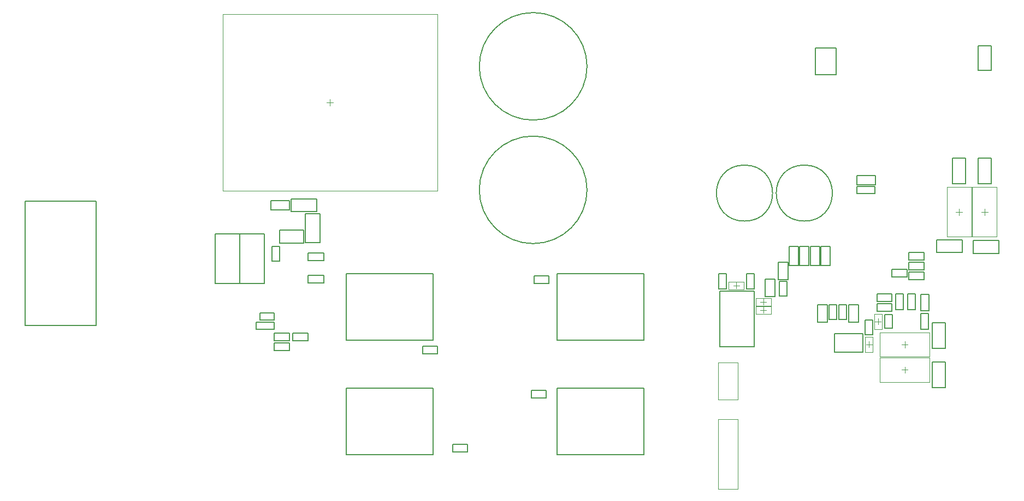
<source format=gbr>
G04*
G04 #@! TF.GenerationSoftware,Altium Limited,Altium Designer,25.5.2 (35)*
G04*
G04 Layer_Color=32768*
%FSLAX25Y25*%
%MOIN*%
G70*
G04*
G04 #@! TF.SameCoordinates,0CD17ABA-5868-42C4-872B-F719D901D850*
G04*
G04*
G04 #@! TF.FilePolarity,Positive*
G04*
G01*
G75*
%ADD11C,0.00787*%
%ADD213C,0.00197*%
D11*
X447374Y288000D02*
G03*
X381626Y288000I-32874J0D01*
G01*
D02*
G03*
X447374Y288000I32874J0D01*
G01*
Y363500D02*
G03*
X381626Y363500I-32874J0D01*
G01*
D02*
G03*
X447374Y363500I32874J0D01*
G01*
X543500Y268874D02*
G03*
X543500Y303126I0J17126D01*
G01*
D02*
G03*
X543500Y268874I0J-17126D01*
G01*
X580000D02*
G03*
X580000Y303126I0J17126D01*
G01*
D02*
G03*
X580000Y268874I0J-17126D01*
G01*
X633764Y203237D02*
Y211763D01*
X629236Y203237D02*
X633764D01*
X629236D02*
Y211763D01*
X633764D01*
X254268Y275622D02*
X265733D01*
X254268D02*
Y281378D01*
X265733D01*
Y275622D02*
Y281378D01*
X266626Y282437D02*
X282374D01*
Y274563D02*
Y282437D01*
X266626Y274563D02*
X282374D01*
X266626D02*
Y282437D01*
X284445Y255626D02*
Y273374D01*
X275555Y255626D02*
X284445D01*
X275555D02*
Y273374D01*
X284445D01*
X259640Y255441D02*
X274466D01*
X259640D02*
Y263559D01*
X274466D01*
Y255441D02*
Y263559D01*
X255236Y244555D02*
X259764D01*
Y253445D01*
X255236D02*
X259764D01*
X255236Y244555D02*
Y253445D01*
X277177Y249362D02*
X286823D01*
Y244638D02*
Y249362D01*
X277177Y244638D02*
X286823D01*
X277177D02*
Y249362D01*
Y231138D02*
X286823D01*
X277177D02*
Y235862D01*
X286823D01*
Y231138D02*
Y235862D01*
X267776Y200362D02*
X277224D01*
Y195638D02*
Y200362D01*
X267776Y195638D02*
X277224D01*
X267776D02*
Y200362D01*
X256276Y195638D02*
X265724D01*
X256276D02*
Y200362D01*
X265724D01*
Y195638D02*
Y200362D01*
X256276Y189638D02*
X265724D01*
X256276D02*
Y194362D01*
X265724D01*
Y189638D02*
Y194362D01*
X245488Y202835D02*
X256512D01*
X245488D02*
Y207165D01*
X256512D01*
Y202835D02*
Y207165D01*
X247645Y208335D02*
X256355D01*
X247645D02*
Y212665D01*
X256355D01*
Y208335D02*
Y212665D01*
X413472Y160736D02*
X422528D01*
X413472D02*
Y165264D01*
X422528D01*
Y160736D02*
Y165264D01*
X346972Y192264D02*
X356028D01*
Y187736D02*
Y192264D01*
X346972Y187736D02*
X356028D01*
X346972D02*
Y192264D01*
X104366Y280992D02*
X147634D01*
Y205008D02*
Y280992D01*
X104366Y205008D02*
X147634D01*
X104366D02*
Y280992D01*
X643767Y233138D02*
Y237862D01*
Y233138D02*
X653216D01*
Y237862D01*
X643767D02*
X653216D01*
X235504Y261170D02*
X250497D01*
X235504Y230830D02*
Y261170D01*
Y230830D02*
X250497D01*
Y261170D01*
X611988Y291220D02*
X623453D01*
X611988D02*
Y296780D01*
X623453D01*
Y291220D02*
Y296780D01*
X660626Y257437D02*
X676374D01*
Y249563D02*
Y257437D01*
X660626Y249563D02*
X676374D01*
X660626D02*
Y257437D01*
X643767Y249862D02*
X653216D01*
Y245138D02*
Y249862D01*
X643767Y245138D02*
X653216D01*
X643767D02*
Y249862D01*
Y243862D02*
X653216D01*
Y239138D02*
Y243862D01*
X643767Y239138D02*
X653216D01*
X643767D02*
Y243862D01*
X633276Y234638D02*
X642724D01*
X633276D02*
Y239362D01*
X642724D01*
Y234638D02*
Y239362D01*
X651138Y202677D02*
X655862D01*
Y212323D01*
X651138D02*
X655862D01*
X651138Y202677D02*
Y212323D01*
X651039Y223921D02*
X655961D01*
X651039Y214079D02*
Y223921D01*
Y214079D02*
X655961D01*
Y223921D01*
X643138Y224323D02*
X647862D01*
X643138Y214677D02*
Y224323D01*
Y214677D02*
X647862D01*
Y224323D01*
X635638D02*
X640362D01*
X635638Y214677D02*
Y224323D01*
Y214677D02*
X640362D01*
Y224323D01*
X624555Y224284D02*
X633445D01*
Y219717D02*
Y224284D01*
X624555Y219717D02*
X633445D01*
X624555D02*
Y224284D01*
X624460Y213638D02*
X633540D01*
X624460D02*
Y218362D01*
X633540D01*
Y213638D02*
Y218362D01*
X599862Y208760D02*
Y217815D01*
X595138Y208760D02*
X599862D01*
X595138D02*
Y217815D01*
X599862D01*
X612953Y207185D02*
Y217815D01*
X607047Y207185D02*
X612953D01*
X607047D02*
Y217815D01*
X612953D01*
X617216Y199555D02*
Y208445D01*
X621783D01*
Y199555D02*
Y208445D01*
X617216Y199555D02*
X621783D01*
X683126Y249063D02*
Y256937D01*
Y249063D02*
X698874D01*
Y256937D01*
X683126D02*
X698874D01*
X686063Y291626D02*
Y307374D01*
X693937D01*
Y291626D02*
Y307374D01*
X686063Y291626D02*
X693937D01*
X611988Y285835D02*
Y290165D01*
Y285835D02*
X623012D01*
Y290165D01*
X611988D02*
X623012D01*
X590220Y241768D02*
Y253233D01*
X595780D01*
Y241768D02*
Y253233D01*
X590220Y241768D02*
X595780D01*
X583720D02*
Y253233D01*
X589280D01*
Y241768D02*
Y253233D01*
X583720Y241768D02*
X589280D01*
X577220D02*
Y253233D01*
X582780D01*
Y241768D02*
Y253233D01*
X577220Y241768D02*
X582780D01*
X570720D02*
Y253233D01*
X576280D01*
Y241768D02*
Y253233D01*
X570720Y241768D02*
X576280D01*
X569953Y233185D02*
Y243815D01*
X564047Y233185D02*
X569953D01*
X564047D02*
Y243815D01*
X569953D01*
X564638Y222972D02*
Y232028D01*
X569362D01*
Y222972D02*
Y232028D01*
X564638Y222972D02*
X569362D01*
X556047Y222685D02*
Y233315D01*
X561953D01*
Y222685D02*
Y233315D01*
X556047Y222685D02*
X561953D01*
X549433Y192071D02*
Y225929D01*
X528567Y192071D02*
X549433D01*
X528567D02*
Y225929D01*
X549433D01*
X598339Y200209D02*
X615661D01*
Y188791D02*
Y200209D01*
X598339Y188791D02*
X615661D01*
X598339D02*
Y200209D01*
X593953Y207185D02*
Y217815D01*
X588047Y207185D02*
X593953D01*
X588047D02*
Y217815D01*
X593953D01*
X605862Y208760D02*
Y217815D01*
X601138Y208760D02*
X605862D01*
X601138D02*
Y217815D01*
X605862D01*
X527638Y227276D02*
X532362D01*
Y236724D01*
X527638D02*
X532362D01*
X527638Y227276D02*
Y236724D01*
X544638Y227276D02*
X549362D01*
Y236724D01*
X544638D02*
X549362D01*
X544638Y227276D02*
Y236724D01*
X220503Y230830D02*
Y261170D01*
X235496D01*
Y230830D02*
Y261170D01*
X220503Y230830D02*
X235496D01*
X428925Y166776D02*
X482075D01*
X428925Y126224D02*
Y166776D01*
Y126224D02*
X482075D01*
Y166776D01*
X428925Y236776D02*
X482075D01*
X428925Y196224D02*
Y236776D01*
Y196224D02*
X482075D01*
Y236776D01*
X424028Y230736D02*
Y235264D01*
X414972D02*
X424028D01*
X414972Y230736D02*
Y235264D01*
Y230736D02*
X424028D01*
X300425Y126224D02*
X353575D01*
Y166776D01*
X300425D02*
X353575D01*
X300425Y126224D02*
Y166776D01*
Y196224D02*
X353575D01*
Y236776D01*
X300425D02*
X353575D01*
X300425Y196224D02*
Y236776D01*
X365472Y127736D02*
Y132264D01*
Y127736D02*
X374528D01*
Y132264D01*
X365472D02*
X374528D01*
X586701Y358232D02*
X599299D01*
Y374768D01*
X586701D02*
X599299D01*
X586701Y358232D02*
Y374768D01*
X686039Y376004D02*
X693961D01*
X686039Y360996D02*
Y376004D01*
Y360996D02*
X693961D01*
Y376004D01*
X658063Y182874D02*
X665937D01*
X658063Y167126D02*
Y182874D01*
Y167126D02*
X665937D01*
Y182874D01*
X658063Y206874D02*
X665937D01*
X658063Y191126D02*
Y206874D01*
Y191126D02*
X665937D01*
Y206874D01*
X670563Y291626D02*
X678437D01*
Y307374D01*
X670563D02*
X678437D01*
X670563Y291626D02*
Y307374D01*
D213*
X288531Y341500D02*
X292469D01*
X290500Y339531D02*
Y343468D01*
X224988Y395496D02*
X356012D01*
Y287504D02*
Y395496D01*
X224988Y287504D02*
X356012D01*
X224988D02*
Y395496D01*
X623130Y207500D02*
X626870D01*
X625000Y205630D02*
Y209370D01*
X622638Y202776D02*
Y212224D01*
X627362Y202776D02*
Y212224D01*
X622638Y202776D02*
X627362D01*
X622638Y212224D02*
X627362D01*
X617138Y198224D02*
X621862D01*
X617138Y188776D02*
X621862D01*
Y198224D01*
X617138Y188776D02*
Y198224D01*
X619500Y191630D02*
Y195370D01*
X617630Y193500D02*
X621370D01*
X626098Y200889D02*
X656413D01*
X626098Y185928D02*
Y200889D01*
Y185928D02*
X656413D01*
Y200889D01*
X641256Y191440D02*
Y195377D01*
X639287Y193408D02*
X643224D01*
X639287Y177908D02*
X643224D01*
X641256Y175940D02*
Y179877D01*
X656413Y170428D02*
Y185389D01*
X626098Y170428D02*
X656413D01*
X626098D02*
Y185389D01*
X656413D01*
X697480Y259343D02*
Y289657D01*
X682520D02*
X697480D01*
X682520Y259343D02*
Y289657D01*
Y259343D02*
X697480D01*
X688031Y274500D02*
X691968D01*
X690000Y272532D02*
Y276468D01*
X681980Y259343D02*
Y289657D01*
X667020D02*
X681980D01*
X667020Y259343D02*
Y289657D01*
Y259343D02*
X681980D01*
X672532Y274500D02*
X676469D01*
X674500Y272532D02*
Y276468D01*
X555000Y217630D02*
Y221370D01*
X553130Y219500D02*
X556870D01*
X550276Y217138D02*
X559724D01*
X550276Y221862D02*
X559724D01*
Y217138D02*
Y221862D01*
X550276Y217138D02*
Y221862D01*
X555000Y212630D02*
Y216370D01*
X553130Y214500D02*
X556870D01*
X550276Y212138D02*
X559724D01*
X550276Y216862D02*
X559724D01*
Y212138D02*
Y216862D01*
X550276Y212138D02*
Y216862D01*
X538500Y227630D02*
Y231370D01*
X536630Y229500D02*
X540370D01*
X533776Y227138D02*
X543224D01*
X533776Y231862D02*
X543224D01*
Y227138D02*
Y231862D01*
X533776Y227138D02*
Y231862D01*
X527417Y105122D02*
Y147878D01*
X539583D01*
Y105122D02*
Y147878D01*
X527417Y105122D02*
X539583D01*
Y159622D02*
Y182378D01*
X527417Y159622D02*
X539583D01*
X527417D02*
Y182378D01*
X539583D01*
M02*

</source>
